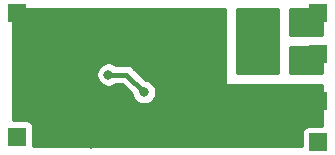
<source format=gbr>
%TF.GenerationSoftware,KiCad,Pcbnew,(5.1.6)-1*%
%TF.CreationDate,2020-11-18T10:21:31-05:00*%
%TF.ProjectId,cargadorDeBateriasLitIon,63617267-6164-46f7-9244-654261746572,rev?*%
%TF.SameCoordinates,Original*%
%TF.FileFunction,Copper,L2,Bot*%
%TF.FilePolarity,Positive*%
%FSLAX46Y46*%
G04 Gerber Fmt 4.6, Leading zero omitted, Abs format (unit mm)*
G04 Created by KiCad (PCBNEW (5.1.6)-1) date 2020-11-18 10:21:31*
%MOMM*%
%LPD*%
G01*
G04 APERTURE LIST*
%TA.AperFunction,ComponentPad*%
%ADD10R,1.500000X1.500000*%
%TD*%
%TA.AperFunction,ViaPad*%
%ADD11C,0.800000*%
%TD*%
%TA.AperFunction,Conductor*%
%ADD12C,0.400000*%
%TD*%
%TA.AperFunction,Conductor*%
%ADD13C,0.254000*%
%TD*%
G04 APERTURE END LIST*
D10*
%TO.P,J5,1*%
%TO.N,/B-*%
X168000000Y-114000000D03*
%TD*%
%TO.P,J6,1*%
%TO.N,GND*%
X168000000Y-110500000D03*
%TD*%
%TO.P,J4,1*%
%TO.N,/B+*%
X168000000Y-103000000D03*
%TD*%
%TO.P,J3,1*%
%TO.N,/STEP-UP/VOUT*%
X168000000Y-106500000D03*
%TD*%
%TO.P,J2,1*%
%TO.N,GND*%
X142500000Y-103000000D03*
%TD*%
%TO.P,J1,1*%
%TO.N,VDD*%
X142500000Y-113500000D03*
%TD*%
D11*
%TO.N,GND*%
X155500000Y-108500000D03*
X148800000Y-114100000D03*
X146920000Y-105100000D03*
X160000000Y-111500000D03*
%TO.N,/B+*%
X168000000Y-104500000D03*
X167000000Y-104500000D03*
X166000000Y-104500000D03*
X166000000Y-103500000D03*
%TO.N,/B-*%
X150250000Y-108250000D03*
X153255118Y-109750000D03*
%TO.N,Net-(D2-Pad2)*%
X163750000Y-104500000D03*
X162750000Y-104500000D03*
X162750000Y-105500000D03*
X162750000Y-106500000D03*
%TD*%
D12*
%TO.N,/B-*%
X151755118Y-108250000D02*
X153255118Y-109750000D01*
X150250000Y-108250000D02*
X151755118Y-108250000D01*
%TD*%
D13*
%TO.N,GND*%
G36*
X160123000Y-109000000D02*
G01*
X160125440Y-109024776D01*
X160132667Y-109048601D01*
X160144403Y-109070557D01*
X160160197Y-109089803D01*
X160179443Y-109105597D01*
X160201399Y-109117333D01*
X160225224Y-109124560D01*
X160250000Y-109127000D01*
X168340000Y-109127000D01*
X168340001Y-112611928D01*
X167250000Y-112611928D01*
X167125518Y-112624188D01*
X167005820Y-112660498D01*
X166895506Y-112719463D01*
X166798815Y-112798815D01*
X166719463Y-112895506D01*
X166660498Y-113005820D01*
X166624188Y-113125518D01*
X166611928Y-113250000D01*
X166611928Y-114340000D01*
X143879208Y-114340000D01*
X143888072Y-114250000D01*
X143888072Y-112750000D01*
X143875812Y-112625518D01*
X143839502Y-112505820D01*
X143780537Y-112395506D01*
X143701185Y-112298815D01*
X143604494Y-112219463D01*
X143494180Y-112160498D01*
X143374482Y-112124188D01*
X143250000Y-112111928D01*
X142160000Y-112111928D01*
X142160000Y-108148061D01*
X149215000Y-108148061D01*
X149215000Y-108351939D01*
X149254774Y-108551898D01*
X149332795Y-108740256D01*
X149446063Y-108909774D01*
X149590226Y-109053937D01*
X149759744Y-109167205D01*
X149948102Y-109245226D01*
X150148061Y-109285000D01*
X150351939Y-109285000D01*
X150551898Y-109245226D01*
X150740256Y-109167205D01*
X150863285Y-109085000D01*
X151409251Y-109085000D01*
X152231026Y-109906775D01*
X152259892Y-110051898D01*
X152337913Y-110240256D01*
X152451181Y-110409774D01*
X152595344Y-110553937D01*
X152764862Y-110667205D01*
X152953220Y-110745226D01*
X153153179Y-110785000D01*
X153357057Y-110785000D01*
X153557016Y-110745226D01*
X153745374Y-110667205D01*
X153914892Y-110553937D01*
X154059055Y-110409774D01*
X154172323Y-110240256D01*
X154250344Y-110051898D01*
X154290118Y-109851939D01*
X154290118Y-109648061D01*
X154250344Y-109448102D01*
X154172323Y-109259744D01*
X154059055Y-109090226D01*
X153914892Y-108946063D01*
X153745374Y-108832795D01*
X153557016Y-108754774D01*
X153411893Y-108725908D01*
X152374564Y-107688579D01*
X152348409Y-107656709D01*
X152221264Y-107552364D01*
X152076205Y-107474828D01*
X151918807Y-107427082D01*
X151796137Y-107415000D01*
X151796136Y-107415000D01*
X151755118Y-107410960D01*
X151714100Y-107415000D01*
X150863285Y-107415000D01*
X150740256Y-107332795D01*
X150551898Y-107254774D01*
X150351939Y-107215000D01*
X150148061Y-107215000D01*
X149948102Y-107254774D01*
X149759744Y-107332795D01*
X149590226Y-107446063D01*
X149446063Y-107590226D01*
X149332795Y-107759744D01*
X149254774Y-107948102D01*
X149215000Y-108148061D01*
X142160000Y-108148061D01*
X142160000Y-102660000D01*
X160123000Y-102660000D01*
X160123000Y-109000000D01*
G37*
X160123000Y-109000000D02*
X160125440Y-109024776D01*
X160132667Y-109048601D01*
X160144403Y-109070557D01*
X160160197Y-109089803D01*
X160179443Y-109105597D01*
X160201399Y-109117333D01*
X160225224Y-109124560D01*
X160250000Y-109127000D01*
X168340000Y-109127000D01*
X168340001Y-112611928D01*
X167250000Y-112611928D01*
X167125518Y-112624188D01*
X167005820Y-112660498D01*
X166895506Y-112719463D01*
X166798815Y-112798815D01*
X166719463Y-112895506D01*
X166660498Y-113005820D01*
X166624188Y-113125518D01*
X166611928Y-113250000D01*
X166611928Y-114340000D01*
X143879208Y-114340000D01*
X143888072Y-114250000D01*
X143888072Y-112750000D01*
X143875812Y-112625518D01*
X143839502Y-112505820D01*
X143780537Y-112395506D01*
X143701185Y-112298815D01*
X143604494Y-112219463D01*
X143494180Y-112160498D01*
X143374482Y-112124188D01*
X143250000Y-112111928D01*
X142160000Y-112111928D01*
X142160000Y-108148061D01*
X149215000Y-108148061D01*
X149215000Y-108351939D01*
X149254774Y-108551898D01*
X149332795Y-108740256D01*
X149446063Y-108909774D01*
X149590226Y-109053937D01*
X149759744Y-109167205D01*
X149948102Y-109245226D01*
X150148061Y-109285000D01*
X150351939Y-109285000D01*
X150551898Y-109245226D01*
X150740256Y-109167205D01*
X150863285Y-109085000D01*
X151409251Y-109085000D01*
X152231026Y-109906775D01*
X152259892Y-110051898D01*
X152337913Y-110240256D01*
X152451181Y-110409774D01*
X152595344Y-110553937D01*
X152764862Y-110667205D01*
X152953220Y-110745226D01*
X153153179Y-110785000D01*
X153357057Y-110785000D01*
X153557016Y-110745226D01*
X153745374Y-110667205D01*
X153914892Y-110553937D01*
X154059055Y-110409774D01*
X154172323Y-110240256D01*
X154250344Y-110051898D01*
X154290118Y-109851939D01*
X154290118Y-109648061D01*
X154250344Y-109448102D01*
X154172323Y-109259744D01*
X154059055Y-109090226D01*
X153914892Y-108946063D01*
X153745374Y-108832795D01*
X153557016Y-108754774D01*
X153411893Y-108725908D01*
X152374564Y-107688579D01*
X152348409Y-107656709D01*
X152221264Y-107552364D01*
X152076205Y-107474828D01*
X151918807Y-107427082D01*
X151796137Y-107415000D01*
X151796136Y-107415000D01*
X151755118Y-107410960D01*
X151714100Y-107415000D01*
X150863285Y-107415000D01*
X150740256Y-107332795D01*
X150551898Y-107254774D01*
X150351939Y-107215000D01*
X150148061Y-107215000D01*
X149948102Y-107254774D01*
X149759744Y-107332795D01*
X149590226Y-107446063D01*
X149446063Y-107590226D01*
X149332795Y-107759744D01*
X149254774Y-107948102D01*
X149215000Y-108148061D01*
X142160000Y-108148061D01*
X142160000Y-102660000D01*
X160123000Y-102660000D01*
X160123000Y-109000000D01*
%TO.N,Net-(D2-Pad2)*%
G36*
X164623000Y-108123000D02*
G01*
X161127000Y-108123000D01*
X161127000Y-102660000D01*
X164623000Y-102660000D01*
X164623000Y-108123000D01*
G37*
X164623000Y-108123000D02*
X161127000Y-108123000D01*
X161127000Y-102660000D01*
X164623000Y-102660000D01*
X164623000Y-108123000D01*
%TO.N,/B+*%
G36*
X168340000Y-104873000D02*
G01*
X165627000Y-104873000D01*
X165627000Y-102660000D01*
X168340000Y-102660000D01*
X168340000Y-104873000D01*
G37*
X168340000Y-104873000D02*
X165627000Y-104873000D01*
X165627000Y-102660000D01*
X168340000Y-102660000D01*
X168340000Y-104873000D01*
%TO.N,/STEP-UP/VOUT*%
G36*
X168340000Y-108123000D02*
G01*
X165627000Y-108123000D01*
X165627000Y-105877000D01*
X168340000Y-105877000D01*
X168340000Y-108123000D01*
G37*
X168340000Y-108123000D02*
X165627000Y-108123000D01*
X165627000Y-105877000D01*
X168340000Y-105877000D01*
X168340000Y-108123000D01*
%TD*%
M02*

</source>
